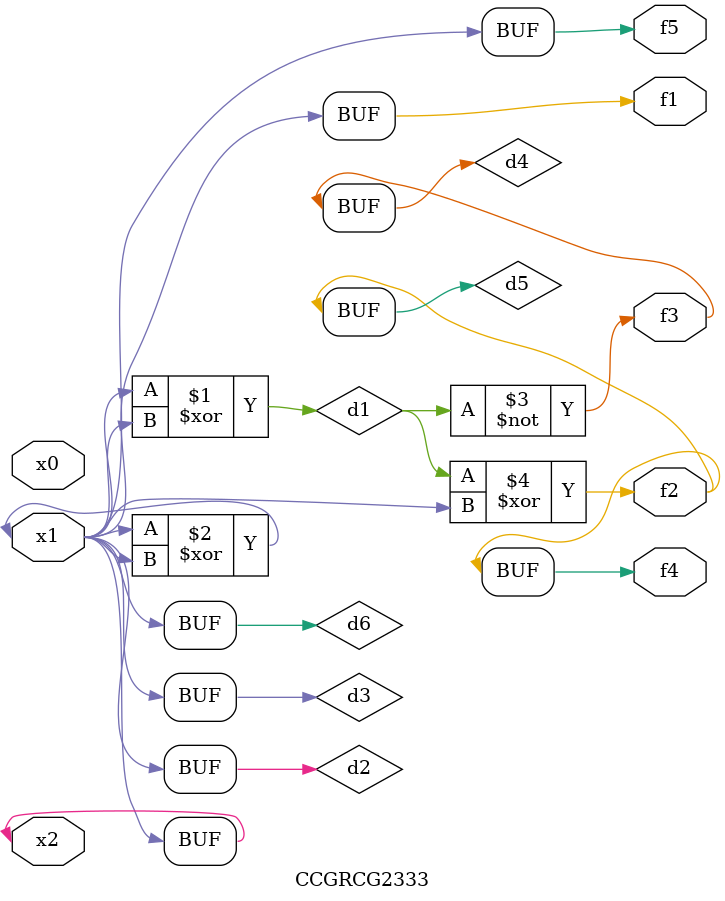
<source format=v>
module CCGRCG2333(
	input x0, x1, x2,
	output f1, f2, f3, f4, f5
);

	wire d1, d2, d3, d4, d5, d6;

	xor (d1, x1, x2);
	buf (d2, x1, x2);
	xor (d3, x1, x2);
	nor (d4, d1);
	xor (d5, d1, d2);
	buf (d6, d2, d3);
	assign f1 = d6;
	assign f2 = d5;
	assign f3 = d4;
	assign f4 = d5;
	assign f5 = d6;
endmodule

</source>
